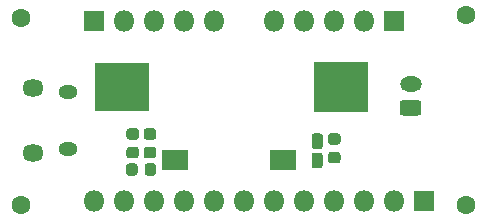
<source format=gbr>
G04 #@! TF.GenerationSoftware,KiCad,Pcbnew,(5.1.6-0-10_14)*
G04 #@! TF.CreationDate,2020-07-04T12:59:23-07:00*
G04 #@! TF.ProjectId,Compact,436f6d70-6163-4742-9e6b-696361645f70,rev?*
G04 #@! TF.SameCoordinates,Original*
G04 #@! TF.FileFunction,Soldermask,Bot*
G04 #@! TF.FilePolarity,Negative*
%FSLAX46Y46*%
G04 Gerber Fmt 4.6, Leading zero omitted, Abs format (unit mm)*
G04 Created by KiCad (PCBNEW (5.1.6-0-10_14)) date 2020-07-04 12:59:23*
%MOMM*%
%LPD*%
G01*
G04 APERTURE LIST*
%ADD10R,4.601600X4.101600*%
%ADD11R,4.601600X4.301600*%
%ADD12C,1.601600*%
%ADD13R,2.281600X1.701600*%
%ADD14R,1.801600X1.801600*%
%ADD15O,1.801600X1.801600*%
%ADD16O,1.851600X1.301600*%
%ADD17O,1.801600X1.451600*%
%ADD18O,1.601600X1.201600*%
G04 APERTURE END LIST*
D10*
X135250000Y-97050000D03*
D11*
X153750000Y-97050000D03*
D12*
X126725000Y-107100000D03*
X164375000Y-107075000D03*
X126700000Y-91200000D03*
X164360000Y-90960000D03*
D13*
X139710000Y-103250000D03*
X148890000Y-103250000D03*
D14*
X160840000Y-106700000D03*
D15*
X158300000Y-106700000D03*
X155760000Y-106700000D03*
X153220000Y-106700000D03*
X150680000Y-106700000D03*
X148140000Y-106700000D03*
X145600000Y-106700000D03*
X143060000Y-106700000D03*
X140520000Y-106700000D03*
X137980000Y-106700000D03*
X135440000Y-106700000D03*
X132900000Y-106700000D03*
X148130000Y-91460000D03*
X150670000Y-91460000D03*
X153210000Y-91460000D03*
X155750000Y-91460000D03*
D14*
X158290000Y-91460000D03*
G36*
G01*
X160329634Y-99500800D02*
X159020366Y-99500800D01*
G75*
G02*
X158749200Y-99229634I0J271166D01*
G01*
X158749200Y-98470366D01*
G75*
G02*
X159020366Y-98199200I271166J0D01*
G01*
X160329634Y-98199200D01*
G75*
G02*
X160600800Y-98470366I0J-271166D01*
G01*
X160600800Y-99229634D01*
G75*
G02*
X160329634Y-99500800I-271166J0D01*
G01*
G37*
D16*
X159675000Y-96850000D03*
G36*
G01*
X136560800Y-103793350D02*
X136560800Y-104356650D01*
G75*
G02*
X136316650Y-104600800I-244150J0D01*
G01*
X135828350Y-104600800D01*
G75*
G02*
X135584200Y-104356650I0J244150D01*
G01*
X135584200Y-103793350D01*
G75*
G02*
X135828350Y-103549200I244150J0D01*
G01*
X136316650Y-103549200D01*
G75*
G02*
X136560800Y-103793350I0J-244150D01*
G01*
G37*
G36*
G01*
X138135800Y-103793350D02*
X138135800Y-104356650D01*
G75*
G02*
X137891650Y-104600800I-244150J0D01*
G01*
X137403350Y-104600800D01*
G75*
G02*
X137159200Y-104356650I0J244150D01*
G01*
X137159200Y-103793350D01*
G75*
G02*
X137403350Y-103549200I244150J0D01*
G01*
X137891650Y-103549200D01*
G75*
G02*
X138135800Y-103793350I0J-244150D01*
G01*
G37*
G36*
G01*
X136431650Y-101550800D02*
X135868350Y-101550800D01*
G75*
G02*
X135624200Y-101306650I0J244150D01*
G01*
X135624200Y-100818350D01*
G75*
G02*
X135868350Y-100574200I244150J0D01*
G01*
X136431650Y-100574200D01*
G75*
G02*
X136675800Y-100818350I0J-244150D01*
G01*
X136675800Y-101306650D01*
G75*
G02*
X136431650Y-101550800I-244150J0D01*
G01*
G37*
G36*
G01*
X136431650Y-103125800D02*
X135868350Y-103125800D01*
G75*
G02*
X135624200Y-102881650I0J244150D01*
G01*
X135624200Y-102393350D01*
G75*
G02*
X135868350Y-102149200I244150J0D01*
G01*
X136431650Y-102149200D01*
G75*
G02*
X136675800Y-102393350I0J-244150D01*
G01*
X136675800Y-102881650D01*
G75*
G02*
X136431650Y-103125800I-244150J0D01*
G01*
G37*
G36*
G01*
X137891650Y-103135800D02*
X137328350Y-103135800D01*
G75*
G02*
X137084200Y-102891650I0J244150D01*
G01*
X137084200Y-102403350D01*
G75*
G02*
X137328350Y-102159200I244150J0D01*
G01*
X137891650Y-102159200D01*
G75*
G02*
X138135800Y-102403350I0J-244150D01*
G01*
X138135800Y-102891650D01*
G75*
G02*
X137891650Y-103135800I-244150J0D01*
G01*
G37*
G36*
G01*
X137891650Y-101560800D02*
X137328350Y-101560800D01*
G75*
G02*
X137084200Y-101316650I0J244150D01*
G01*
X137084200Y-100828350D01*
G75*
G02*
X137328350Y-100584200I244150J0D01*
G01*
X137891650Y-100584200D01*
G75*
G02*
X138135800Y-100828350I0J-244150D01*
G01*
X138135800Y-101316650D01*
G75*
G02*
X137891650Y-101560800I-244150J0D01*
G01*
G37*
D15*
X143040000Y-91460000D03*
X140500000Y-91460000D03*
X137960000Y-91460000D03*
X135420000Y-91460000D03*
D14*
X132880000Y-91460000D03*
G36*
G01*
X151537100Y-102644200D02*
X152012900Y-102644200D01*
G75*
G02*
X152250800Y-102882100I0J-237900D01*
G01*
X152250800Y-103732900D01*
G75*
G02*
X152012900Y-103970800I-237900J0D01*
G01*
X151537100Y-103970800D01*
G75*
G02*
X151299200Y-103732900I0J237900D01*
G01*
X151299200Y-102882100D01*
G75*
G02*
X151537100Y-102644200I237900J0D01*
G01*
G37*
G36*
G01*
X151537100Y-101019200D02*
X152012900Y-101019200D01*
G75*
G02*
X152250800Y-101257100I0J-237900D01*
G01*
X152250800Y-102107900D01*
G75*
G02*
X152012900Y-102345800I-237900J0D01*
G01*
X151537100Y-102345800D01*
G75*
G02*
X151299200Y-102107900I0J237900D01*
G01*
X151299200Y-101257100D01*
G75*
G02*
X151537100Y-101019200I237900J0D01*
G01*
G37*
G36*
G01*
X153501650Y-101975800D02*
X152938350Y-101975800D01*
G75*
G02*
X152694200Y-101731650I0J244150D01*
G01*
X152694200Y-101243350D01*
G75*
G02*
X152938350Y-100999200I244150J0D01*
G01*
X153501650Y-100999200D01*
G75*
G02*
X153745800Y-101243350I0J-244150D01*
G01*
X153745800Y-101731650D01*
G75*
G02*
X153501650Y-101975800I-244150J0D01*
G01*
G37*
G36*
G01*
X153501650Y-103550800D02*
X152938350Y-103550800D01*
G75*
G02*
X152694200Y-103306650I0J244150D01*
G01*
X152694200Y-102818350D01*
G75*
G02*
X152938350Y-102574200I244150J0D01*
G01*
X153501650Y-102574200D01*
G75*
G02*
X153745800Y-102818350I0J-244150D01*
G01*
X153745800Y-103306650D01*
G75*
G02*
X153501650Y-103550800I-244150J0D01*
G01*
G37*
D17*
X127710000Y-102635000D03*
X127710000Y-97175000D03*
D18*
X130710000Y-102325000D03*
X130710000Y-97485000D03*
M02*

</source>
